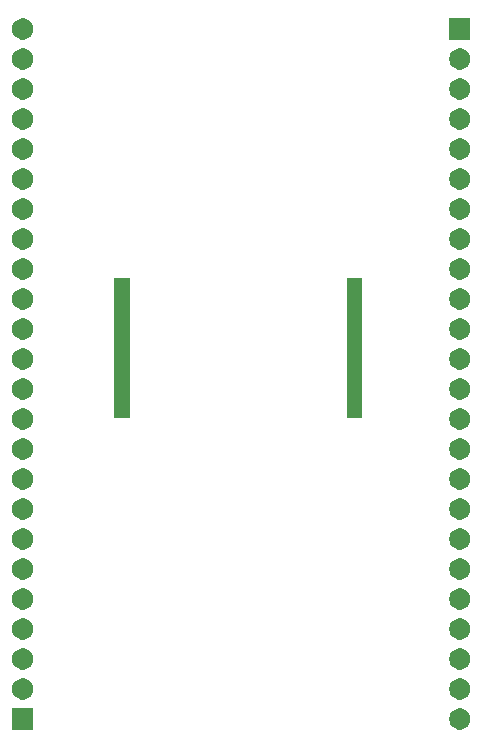
<source format=gbr>
G04 #@! TF.GenerationSoftware,KiCad,Pcbnew,(5.1.5)-3*
G04 #@! TF.CreationDate,2020-03-18T19:13:38-04:00*
G04 #@! TF.ProjectId,SingleBoard,53696e67-6c65-4426-9f61-72642e6b6963,rev?*
G04 #@! TF.SameCoordinates,Original*
G04 #@! TF.FileFunction,Soldermask,Top*
G04 #@! TF.FilePolarity,Negative*
%FSLAX46Y46*%
G04 Gerber Fmt 4.6, Leading zero omitted, Abs format (unit mm)*
G04 Created by KiCad (PCBNEW (5.1.5)-3) date 2020-03-18 19:13:38*
%MOMM*%
%LPD*%
G04 APERTURE LIST*
%ADD10C,0.100000*%
G04 APERTURE END LIST*
D10*
G36*
X131113512Y-101523927D02*
G01*
X131262812Y-101553624D01*
X131426784Y-101621544D01*
X131574354Y-101720147D01*
X131699853Y-101845646D01*
X131798456Y-101993216D01*
X131866376Y-102157188D01*
X131901000Y-102331259D01*
X131901000Y-102508741D01*
X131866376Y-102682812D01*
X131798456Y-102846784D01*
X131699853Y-102994354D01*
X131574354Y-103119853D01*
X131426784Y-103218456D01*
X131262812Y-103286376D01*
X131113512Y-103316073D01*
X131088742Y-103321000D01*
X130911258Y-103321000D01*
X130886488Y-103316073D01*
X130737188Y-103286376D01*
X130573216Y-103218456D01*
X130425646Y-103119853D01*
X130300147Y-102994354D01*
X130201544Y-102846784D01*
X130133624Y-102682812D01*
X130099000Y-102508741D01*
X130099000Y-102331259D01*
X130133624Y-102157188D01*
X130201544Y-101993216D01*
X130300147Y-101845646D01*
X130425646Y-101720147D01*
X130573216Y-101621544D01*
X130737188Y-101553624D01*
X130886488Y-101523927D01*
X130911258Y-101519000D01*
X131088742Y-101519000D01*
X131113512Y-101523927D01*
G37*
G36*
X94901000Y-103321000D02*
G01*
X93099000Y-103321000D01*
X93099000Y-101519000D01*
X94901000Y-101519000D01*
X94901000Y-103321000D01*
G37*
G36*
X131113512Y-98983927D02*
G01*
X131262812Y-99013624D01*
X131426784Y-99081544D01*
X131574354Y-99180147D01*
X131699853Y-99305646D01*
X131798456Y-99453216D01*
X131866376Y-99617188D01*
X131901000Y-99791259D01*
X131901000Y-99968741D01*
X131866376Y-100142812D01*
X131798456Y-100306784D01*
X131699853Y-100454354D01*
X131574354Y-100579853D01*
X131426784Y-100678456D01*
X131262812Y-100746376D01*
X131113512Y-100776073D01*
X131088742Y-100781000D01*
X130911258Y-100781000D01*
X130886488Y-100776073D01*
X130737188Y-100746376D01*
X130573216Y-100678456D01*
X130425646Y-100579853D01*
X130300147Y-100454354D01*
X130201544Y-100306784D01*
X130133624Y-100142812D01*
X130099000Y-99968741D01*
X130099000Y-99791259D01*
X130133624Y-99617188D01*
X130201544Y-99453216D01*
X130300147Y-99305646D01*
X130425646Y-99180147D01*
X130573216Y-99081544D01*
X130737188Y-99013624D01*
X130886488Y-98983927D01*
X130911258Y-98979000D01*
X131088742Y-98979000D01*
X131113512Y-98983927D01*
G37*
G36*
X94113512Y-98983927D02*
G01*
X94262812Y-99013624D01*
X94426784Y-99081544D01*
X94574354Y-99180147D01*
X94699853Y-99305646D01*
X94798456Y-99453216D01*
X94866376Y-99617188D01*
X94901000Y-99791259D01*
X94901000Y-99968741D01*
X94866376Y-100142812D01*
X94798456Y-100306784D01*
X94699853Y-100454354D01*
X94574354Y-100579853D01*
X94426784Y-100678456D01*
X94262812Y-100746376D01*
X94113512Y-100776073D01*
X94088742Y-100781000D01*
X93911258Y-100781000D01*
X93886488Y-100776073D01*
X93737188Y-100746376D01*
X93573216Y-100678456D01*
X93425646Y-100579853D01*
X93300147Y-100454354D01*
X93201544Y-100306784D01*
X93133624Y-100142812D01*
X93099000Y-99968741D01*
X93099000Y-99791259D01*
X93133624Y-99617188D01*
X93201544Y-99453216D01*
X93300147Y-99305646D01*
X93425646Y-99180147D01*
X93573216Y-99081544D01*
X93737188Y-99013624D01*
X93886488Y-98983927D01*
X93911258Y-98979000D01*
X94088742Y-98979000D01*
X94113512Y-98983927D01*
G37*
G36*
X131113512Y-96443927D02*
G01*
X131262812Y-96473624D01*
X131426784Y-96541544D01*
X131574354Y-96640147D01*
X131699853Y-96765646D01*
X131798456Y-96913216D01*
X131866376Y-97077188D01*
X131901000Y-97251259D01*
X131901000Y-97428741D01*
X131866376Y-97602812D01*
X131798456Y-97766784D01*
X131699853Y-97914354D01*
X131574354Y-98039853D01*
X131426784Y-98138456D01*
X131262812Y-98206376D01*
X131113512Y-98236073D01*
X131088742Y-98241000D01*
X130911258Y-98241000D01*
X130886488Y-98236073D01*
X130737188Y-98206376D01*
X130573216Y-98138456D01*
X130425646Y-98039853D01*
X130300147Y-97914354D01*
X130201544Y-97766784D01*
X130133624Y-97602812D01*
X130099000Y-97428741D01*
X130099000Y-97251259D01*
X130133624Y-97077188D01*
X130201544Y-96913216D01*
X130300147Y-96765646D01*
X130425646Y-96640147D01*
X130573216Y-96541544D01*
X130737188Y-96473624D01*
X130886488Y-96443927D01*
X130911258Y-96439000D01*
X131088742Y-96439000D01*
X131113512Y-96443927D01*
G37*
G36*
X94113512Y-96443927D02*
G01*
X94262812Y-96473624D01*
X94426784Y-96541544D01*
X94574354Y-96640147D01*
X94699853Y-96765646D01*
X94798456Y-96913216D01*
X94866376Y-97077188D01*
X94901000Y-97251259D01*
X94901000Y-97428741D01*
X94866376Y-97602812D01*
X94798456Y-97766784D01*
X94699853Y-97914354D01*
X94574354Y-98039853D01*
X94426784Y-98138456D01*
X94262812Y-98206376D01*
X94113512Y-98236073D01*
X94088742Y-98241000D01*
X93911258Y-98241000D01*
X93886488Y-98236073D01*
X93737188Y-98206376D01*
X93573216Y-98138456D01*
X93425646Y-98039853D01*
X93300147Y-97914354D01*
X93201544Y-97766784D01*
X93133624Y-97602812D01*
X93099000Y-97428741D01*
X93099000Y-97251259D01*
X93133624Y-97077188D01*
X93201544Y-96913216D01*
X93300147Y-96765646D01*
X93425646Y-96640147D01*
X93573216Y-96541544D01*
X93737188Y-96473624D01*
X93886488Y-96443927D01*
X93911258Y-96439000D01*
X94088742Y-96439000D01*
X94113512Y-96443927D01*
G37*
G36*
X131113512Y-93903927D02*
G01*
X131262812Y-93933624D01*
X131426784Y-94001544D01*
X131574354Y-94100147D01*
X131699853Y-94225646D01*
X131798456Y-94373216D01*
X131866376Y-94537188D01*
X131901000Y-94711259D01*
X131901000Y-94888741D01*
X131866376Y-95062812D01*
X131798456Y-95226784D01*
X131699853Y-95374354D01*
X131574354Y-95499853D01*
X131426784Y-95598456D01*
X131262812Y-95666376D01*
X131113512Y-95696073D01*
X131088742Y-95701000D01*
X130911258Y-95701000D01*
X130886488Y-95696073D01*
X130737188Y-95666376D01*
X130573216Y-95598456D01*
X130425646Y-95499853D01*
X130300147Y-95374354D01*
X130201544Y-95226784D01*
X130133624Y-95062812D01*
X130099000Y-94888741D01*
X130099000Y-94711259D01*
X130133624Y-94537188D01*
X130201544Y-94373216D01*
X130300147Y-94225646D01*
X130425646Y-94100147D01*
X130573216Y-94001544D01*
X130737188Y-93933624D01*
X130886488Y-93903927D01*
X130911258Y-93899000D01*
X131088742Y-93899000D01*
X131113512Y-93903927D01*
G37*
G36*
X94113512Y-93903927D02*
G01*
X94262812Y-93933624D01*
X94426784Y-94001544D01*
X94574354Y-94100147D01*
X94699853Y-94225646D01*
X94798456Y-94373216D01*
X94866376Y-94537188D01*
X94901000Y-94711259D01*
X94901000Y-94888741D01*
X94866376Y-95062812D01*
X94798456Y-95226784D01*
X94699853Y-95374354D01*
X94574354Y-95499853D01*
X94426784Y-95598456D01*
X94262812Y-95666376D01*
X94113512Y-95696073D01*
X94088742Y-95701000D01*
X93911258Y-95701000D01*
X93886488Y-95696073D01*
X93737188Y-95666376D01*
X93573216Y-95598456D01*
X93425646Y-95499853D01*
X93300147Y-95374354D01*
X93201544Y-95226784D01*
X93133624Y-95062812D01*
X93099000Y-94888741D01*
X93099000Y-94711259D01*
X93133624Y-94537188D01*
X93201544Y-94373216D01*
X93300147Y-94225646D01*
X93425646Y-94100147D01*
X93573216Y-94001544D01*
X93737188Y-93933624D01*
X93886488Y-93903927D01*
X93911258Y-93899000D01*
X94088742Y-93899000D01*
X94113512Y-93903927D01*
G37*
G36*
X94113512Y-91363927D02*
G01*
X94262812Y-91393624D01*
X94426784Y-91461544D01*
X94574354Y-91560147D01*
X94699853Y-91685646D01*
X94798456Y-91833216D01*
X94866376Y-91997188D01*
X94901000Y-92171259D01*
X94901000Y-92348741D01*
X94866376Y-92522812D01*
X94798456Y-92686784D01*
X94699853Y-92834354D01*
X94574354Y-92959853D01*
X94426784Y-93058456D01*
X94262812Y-93126376D01*
X94113512Y-93156073D01*
X94088742Y-93161000D01*
X93911258Y-93161000D01*
X93886488Y-93156073D01*
X93737188Y-93126376D01*
X93573216Y-93058456D01*
X93425646Y-92959853D01*
X93300147Y-92834354D01*
X93201544Y-92686784D01*
X93133624Y-92522812D01*
X93099000Y-92348741D01*
X93099000Y-92171259D01*
X93133624Y-91997188D01*
X93201544Y-91833216D01*
X93300147Y-91685646D01*
X93425646Y-91560147D01*
X93573216Y-91461544D01*
X93737188Y-91393624D01*
X93886488Y-91363927D01*
X93911258Y-91359000D01*
X94088742Y-91359000D01*
X94113512Y-91363927D01*
G37*
G36*
X131113512Y-91363927D02*
G01*
X131262812Y-91393624D01*
X131426784Y-91461544D01*
X131574354Y-91560147D01*
X131699853Y-91685646D01*
X131798456Y-91833216D01*
X131866376Y-91997188D01*
X131901000Y-92171259D01*
X131901000Y-92348741D01*
X131866376Y-92522812D01*
X131798456Y-92686784D01*
X131699853Y-92834354D01*
X131574354Y-92959853D01*
X131426784Y-93058456D01*
X131262812Y-93126376D01*
X131113512Y-93156073D01*
X131088742Y-93161000D01*
X130911258Y-93161000D01*
X130886488Y-93156073D01*
X130737188Y-93126376D01*
X130573216Y-93058456D01*
X130425646Y-92959853D01*
X130300147Y-92834354D01*
X130201544Y-92686784D01*
X130133624Y-92522812D01*
X130099000Y-92348741D01*
X130099000Y-92171259D01*
X130133624Y-91997188D01*
X130201544Y-91833216D01*
X130300147Y-91685646D01*
X130425646Y-91560147D01*
X130573216Y-91461544D01*
X130737188Y-91393624D01*
X130886488Y-91363927D01*
X130911258Y-91359000D01*
X131088742Y-91359000D01*
X131113512Y-91363927D01*
G37*
G36*
X94113512Y-88823927D02*
G01*
X94262812Y-88853624D01*
X94426784Y-88921544D01*
X94574354Y-89020147D01*
X94699853Y-89145646D01*
X94798456Y-89293216D01*
X94866376Y-89457188D01*
X94901000Y-89631259D01*
X94901000Y-89808741D01*
X94866376Y-89982812D01*
X94798456Y-90146784D01*
X94699853Y-90294354D01*
X94574354Y-90419853D01*
X94426784Y-90518456D01*
X94262812Y-90586376D01*
X94113512Y-90616073D01*
X94088742Y-90621000D01*
X93911258Y-90621000D01*
X93886488Y-90616073D01*
X93737188Y-90586376D01*
X93573216Y-90518456D01*
X93425646Y-90419853D01*
X93300147Y-90294354D01*
X93201544Y-90146784D01*
X93133624Y-89982812D01*
X93099000Y-89808741D01*
X93099000Y-89631259D01*
X93133624Y-89457188D01*
X93201544Y-89293216D01*
X93300147Y-89145646D01*
X93425646Y-89020147D01*
X93573216Y-88921544D01*
X93737188Y-88853624D01*
X93886488Y-88823927D01*
X93911258Y-88819000D01*
X94088742Y-88819000D01*
X94113512Y-88823927D01*
G37*
G36*
X131113512Y-88823927D02*
G01*
X131262812Y-88853624D01*
X131426784Y-88921544D01*
X131574354Y-89020147D01*
X131699853Y-89145646D01*
X131798456Y-89293216D01*
X131866376Y-89457188D01*
X131901000Y-89631259D01*
X131901000Y-89808741D01*
X131866376Y-89982812D01*
X131798456Y-90146784D01*
X131699853Y-90294354D01*
X131574354Y-90419853D01*
X131426784Y-90518456D01*
X131262812Y-90586376D01*
X131113512Y-90616073D01*
X131088742Y-90621000D01*
X130911258Y-90621000D01*
X130886488Y-90616073D01*
X130737188Y-90586376D01*
X130573216Y-90518456D01*
X130425646Y-90419853D01*
X130300147Y-90294354D01*
X130201544Y-90146784D01*
X130133624Y-89982812D01*
X130099000Y-89808741D01*
X130099000Y-89631259D01*
X130133624Y-89457188D01*
X130201544Y-89293216D01*
X130300147Y-89145646D01*
X130425646Y-89020147D01*
X130573216Y-88921544D01*
X130737188Y-88853624D01*
X130886488Y-88823927D01*
X130911258Y-88819000D01*
X131088742Y-88819000D01*
X131113512Y-88823927D01*
G37*
G36*
X94113512Y-86283927D02*
G01*
X94262812Y-86313624D01*
X94426784Y-86381544D01*
X94574354Y-86480147D01*
X94699853Y-86605646D01*
X94798456Y-86753216D01*
X94866376Y-86917188D01*
X94901000Y-87091259D01*
X94901000Y-87268741D01*
X94866376Y-87442812D01*
X94798456Y-87606784D01*
X94699853Y-87754354D01*
X94574354Y-87879853D01*
X94426784Y-87978456D01*
X94262812Y-88046376D01*
X94113512Y-88076073D01*
X94088742Y-88081000D01*
X93911258Y-88081000D01*
X93886488Y-88076073D01*
X93737188Y-88046376D01*
X93573216Y-87978456D01*
X93425646Y-87879853D01*
X93300147Y-87754354D01*
X93201544Y-87606784D01*
X93133624Y-87442812D01*
X93099000Y-87268741D01*
X93099000Y-87091259D01*
X93133624Y-86917188D01*
X93201544Y-86753216D01*
X93300147Y-86605646D01*
X93425646Y-86480147D01*
X93573216Y-86381544D01*
X93737188Y-86313624D01*
X93886488Y-86283927D01*
X93911258Y-86279000D01*
X94088742Y-86279000D01*
X94113512Y-86283927D01*
G37*
G36*
X131113512Y-86283927D02*
G01*
X131262812Y-86313624D01*
X131426784Y-86381544D01*
X131574354Y-86480147D01*
X131699853Y-86605646D01*
X131798456Y-86753216D01*
X131866376Y-86917188D01*
X131901000Y-87091259D01*
X131901000Y-87268741D01*
X131866376Y-87442812D01*
X131798456Y-87606784D01*
X131699853Y-87754354D01*
X131574354Y-87879853D01*
X131426784Y-87978456D01*
X131262812Y-88046376D01*
X131113512Y-88076073D01*
X131088742Y-88081000D01*
X130911258Y-88081000D01*
X130886488Y-88076073D01*
X130737188Y-88046376D01*
X130573216Y-87978456D01*
X130425646Y-87879853D01*
X130300147Y-87754354D01*
X130201544Y-87606784D01*
X130133624Y-87442812D01*
X130099000Y-87268741D01*
X130099000Y-87091259D01*
X130133624Y-86917188D01*
X130201544Y-86753216D01*
X130300147Y-86605646D01*
X130425646Y-86480147D01*
X130573216Y-86381544D01*
X130737188Y-86313624D01*
X130886488Y-86283927D01*
X130911258Y-86279000D01*
X131088742Y-86279000D01*
X131113512Y-86283927D01*
G37*
G36*
X131113512Y-83743927D02*
G01*
X131262812Y-83773624D01*
X131426784Y-83841544D01*
X131574354Y-83940147D01*
X131699853Y-84065646D01*
X131798456Y-84213216D01*
X131866376Y-84377188D01*
X131901000Y-84551259D01*
X131901000Y-84728741D01*
X131866376Y-84902812D01*
X131798456Y-85066784D01*
X131699853Y-85214354D01*
X131574354Y-85339853D01*
X131426784Y-85438456D01*
X131262812Y-85506376D01*
X131113512Y-85536073D01*
X131088742Y-85541000D01*
X130911258Y-85541000D01*
X130886488Y-85536073D01*
X130737188Y-85506376D01*
X130573216Y-85438456D01*
X130425646Y-85339853D01*
X130300147Y-85214354D01*
X130201544Y-85066784D01*
X130133624Y-84902812D01*
X130099000Y-84728741D01*
X130099000Y-84551259D01*
X130133624Y-84377188D01*
X130201544Y-84213216D01*
X130300147Y-84065646D01*
X130425646Y-83940147D01*
X130573216Y-83841544D01*
X130737188Y-83773624D01*
X130886488Y-83743927D01*
X130911258Y-83739000D01*
X131088742Y-83739000D01*
X131113512Y-83743927D01*
G37*
G36*
X94113512Y-83743927D02*
G01*
X94262812Y-83773624D01*
X94426784Y-83841544D01*
X94574354Y-83940147D01*
X94699853Y-84065646D01*
X94798456Y-84213216D01*
X94866376Y-84377188D01*
X94901000Y-84551259D01*
X94901000Y-84728741D01*
X94866376Y-84902812D01*
X94798456Y-85066784D01*
X94699853Y-85214354D01*
X94574354Y-85339853D01*
X94426784Y-85438456D01*
X94262812Y-85506376D01*
X94113512Y-85536073D01*
X94088742Y-85541000D01*
X93911258Y-85541000D01*
X93886488Y-85536073D01*
X93737188Y-85506376D01*
X93573216Y-85438456D01*
X93425646Y-85339853D01*
X93300147Y-85214354D01*
X93201544Y-85066784D01*
X93133624Y-84902812D01*
X93099000Y-84728741D01*
X93099000Y-84551259D01*
X93133624Y-84377188D01*
X93201544Y-84213216D01*
X93300147Y-84065646D01*
X93425646Y-83940147D01*
X93573216Y-83841544D01*
X93737188Y-83773624D01*
X93886488Y-83743927D01*
X93911258Y-83739000D01*
X94088742Y-83739000D01*
X94113512Y-83743927D01*
G37*
G36*
X131113512Y-81203927D02*
G01*
X131262812Y-81233624D01*
X131426784Y-81301544D01*
X131574354Y-81400147D01*
X131699853Y-81525646D01*
X131798456Y-81673216D01*
X131866376Y-81837188D01*
X131901000Y-82011259D01*
X131901000Y-82188741D01*
X131866376Y-82362812D01*
X131798456Y-82526784D01*
X131699853Y-82674354D01*
X131574354Y-82799853D01*
X131426784Y-82898456D01*
X131262812Y-82966376D01*
X131113512Y-82996073D01*
X131088742Y-83001000D01*
X130911258Y-83001000D01*
X130886488Y-82996073D01*
X130737188Y-82966376D01*
X130573216Y-82898456D01*
X130425646Y-82799853D01*
X130300147Y-82674354D01*
X130201544Y-82526784D01*
X130133624Y-82362812D01*
X130099000Y-82188741D01*
X130099000Y-82011259D01*
X130133624Y-81837188D01*
X130201544Y-81673216D01*
X130300147Y-81525646D01*
X130425646Y-81400147D01*
X130573216Y-81301544D01*
X130737188Y-81233624D01*
X130886488Y-81203927D01*
X130911258Y-81199000D01*
X131088742Y-81199000D01*
X131113512Y-81203927D01*
G37*
G36*
X94113512Y-81203927D02*
G01*
X94262812Y-81233624D01*
X94426784Y-81301544D01*
X94574354Y-81400147D01*
X94699853Y-81525646D01*
X94798456Y-81673216D01*
X94866376Y-81837188D01*
X94901000Y-82011259D01*
X94901000Y-82188741D01*
X94866376Y-82362812D01*
X94798456Y-82526784D01*
X94699853Y-82674354D01*
X94574354Y-82799853D01*
X94426784Y-82898456D01*
X94262812Y-82966376D01*
X94113512Y-82996073D01*
X94088742Y-83001000D01*
X93911258Y-83001000D01*
X93886488Y-82996073D01*
X93737188Y-82966376D01*
X93573216Y-82898456D01*
X93425646Y-82799853D01*
X93300147Y-82674354D01*
X93201544Y-82526784D01*
X93133624Y-82362812D01*
X93099000Y-82188741D01*
X93099000Y-82011259D01*
X93133624Y-81837188D01*
X93201544Y-81673216D01*
X93300147Y-81525646D01*
X93425646Y-81400147D01*
X93573216Y-81301544D01*
X93737188Y-81233624D01*
X93886488Y-81203927D01*
X93911258Y-81199000D01*
X94088742Y-81199000D01*
X94113512Y-81203927D01*
G37*
G36*
X131113512Y-78663927D02*
G01*
X131262812Y-78693624D01*
X131426784Y-78761544D01*
X131574354Y-78860147D01*
X131699853Y-78985646D01*
X131798456Y-79133216D01*
X131866376Y-79297188D01*
X131901000Y-79471259D01*
X131901000Y-79648741D01*
X131866376Y-79822812D01*
X131798456Y-79986784D01*
X131699853Y-80134354D01*
X131574354Y-80259853D01*
X131426784Y-80358456D01*
X131262812Y-80426376D01*
X131113512Y-80456073D01*
X131088742Y-80461000D01*
X130911258Y-80461000D01*
X130886488Y-80456073D01*
X130737188Y-80426376D01*
X130573216Y-80358456D01*
X130425646Y-80259853D01*
X130300147Y-80134354D01*
X130201544Y-79986784D01*
X130133624Y-79822812D01*
X130099000Y-79648741D01*
X130099000Y-79471259D01*
X130133624Y-79297188D01*
X130201544Y-79133216D01*
X130300147Y-78985646D01*
X130425646Y-78860147D01*
X130573216Y-78761544D01*
X130737188Y-78693624D01*
X130886488Y-78663927D01*
X130911258Y-78659000D01*
X131088742Y-78659000D01*
X131113512Y-78663927D01*
G37*
G36*
X94113512Y-78663927D02*
G01*
X94262812Y-78693624D01*
X94426784Y-78761544D01*
X94574354Y-78860147D01*
X94699853Y-78985646D01*
X94798456Y-79133216D01*
X94866376Y-79297188D01*
X94901000Y-79471259D01*
X94901000Y-79648741D01*
X94866376Y-79822812D01*
X94798456Y-79986784D01*
X94699853Y-80134354D01*
X94574354Y-80259853D01*
X94426784Y-80358456D01*
X94262812Y-80426376D01*
X94113512Y-80456073D01*
X94088742Y-80461000D01*
X93911258Y-80461000D01*
X93886488Y-80456073D01*
X93737188Y-80426376D01*
X93573216Y-80358456D01*
X93425646Y-80259853D01*
X93300147Y-80134354D01*
X93201544Y-79986784D01*
X93133624Y-79822812D01*
X93099000Y-79648741D01*
X93099000Y-79471259D01*
X93133624Y-79297188D01*
X93201544Y-79133216D01*
X93300147Y-78985646D01*
X93425646Y-78860147D01*
X93573216Y-78761544D01*
X93737188Y-78693624D01*
X93886488Y-78663927D01*
X93911258Y-78659000D01*
X94088742Y-78659000D01*
X94113512Y-78663927D01*
G37*
G36*
X131113512Y-76123927D02*
G01*
X131262812Y-76153624D01*
X131426784Y-76221544D01*
X131574354Y-76320147D01*
X131699853Y-76445646D01*
X131798456Y-76593216D01*
X131866376Y-76757188D01*
X131901000Y-76931259D01*
X131901000Y-77108741D01*
X131866376Y-77282812D01*
X131798456Y-77446784D01*
X131699853Y-77594354D01*
X131574354Y-77719853D01*
X131426784Y-77818456D01*
X131262812Y-77886376D01*
X131113512Y-77916073D01*
X131088742Y-77921000D01*
X130911258Y-77921000D01*
X130886488Y-77916073D01*
X130737188Y-77886376D01*
X130573216Y-77818456D01*
X130425646Y-77719853D01*
X130300147Y-77594354D01*
X130201544Y-77446784D01*
X130133624Y-77282812D01*
X130099000Y-77108741D01*
X130099000Y-76931259D01*
X130133624Y-76757188D01*
X130201544Y-76593216D01*
X130300147Y-76445646D01*
X130425646Y-76320147D01*
X130573216Y-76221544D01*
X130737188Y-76153624D01*
X130886488Y-76123927D01*
X130911258Y-76119000D01*
X131088742Y-76119000D01*
X131113512Y-76123927D01*
G37*
G36*
X94113512Y-76123927D02*
G01*
X94262812Y-76153624D01*
X94426784Y-76221544D01*
X94574354Y-76320147D01*
X94699853Y-76445646D01*
X94798456Y-76593216D01*
X94866376Y-76757188D01*
X94901000Y-76931259D01*
X94901000Y-77108741D01*
X94866376Y-77282812D01*
X94798456Y-77446784D01*
X94699853Y-77594354D01*
X94574354Y-77719853D01*
X94426784Y-77818456D01*
X94262812Y-77886376D01*
X94113512Y-77916073D01*
X94088742Y-77921000D01*
X93911258Y-77921000D01*
X93886488Y-77916073D01*
X93737188Y-77886376D01*
X93573216Y-77818456D01*
X93425646Y-77719853D01*
X93300147Y-77594354D01*
X93201544Y-77446784D01*
X93133624Y-77282812D01*
X93099000Y-77108741D01*
X93099000Y-76931259D01*
X93133624Y-76757188D01*
X93201544Y-76593216D01*
X93300147Y-76445646D01*
X93425646Y-76320147D01*
X93573216Y-76221544D01*
X93737188Y-76153624D01*
X93886488Y-76123927D01*
X93911258Y-76119000D01*
X94088742Y-76119000D01*
X94113512Y-76123927D01*
G37*
G36*
X103055401Y-76920701D02*
G01*
X101752503Y-76920701D01*
X101752503Y-65079301D01*
X103055401Y-65079301D01*
X103055401Y-76920701D01*
G37*
G36*
X122747497Y-76920699D02*
G01*
X121444599Y-76920699D01*
X121444599Y-65079299D01*
X122747497Y-65079299D01*
X122747497Y-76920699D01*
G37*
G36*
X94113512Y-73583927D02*
G01*
X94262812Y-73613624D01*
X94426784Y-73681544D01*
X94574354Y-73780147D01*
X94699853Y-73905646D01*
X94798456Y-74053216D01*
X94866376Y-74217188D01*
X94901000Y-74391259D01*
X94901000Y-74568741D01*
X94866376Y-74742812D01*
X94798456Y-74906784D01*
X94699853Y-75054354D01*
X94574354Y-75179853D01*
X94426784Y-75278456D01*
X94262812Y-75346376D01*
X94113512Y-75376073D01*
X94088742Y-75381000D01*
X93911258Y-75381000D01*
X93886488Y-75376073D01*
X93737188Y-75346376D01*
X93573216Y-75278456D01*
X93425646Y-75179853D01*
X93300147Y-75054354D01*
X93201544Y-74906784D01*
X93133624Y-74742812D01*
X93099000Y-74568741D01*
X93099000Y-74391259D01*
X93133624Y-74217188D01*
X93201544Y-74053216D01*
X93300147Y-73905646D01*
X93425646Y-73780147D01*
X93573216Y-73681544D01*
X93737188Y-73613624D01*
X93886488Y-73583927D01*
X93911258Y-73579000D01*
X94088742Y-73579000D01*
X94113512Y-73583927D01*
G37*
G36*
X131113512Y-73583927D02*
G01*
X131262812Y-73613624D01*
X131426784Y-73681544D01*
X131574354Y-73780147D01*
X131699853Y-73905646D01*
X131798456Y-74053216D01*
X131866376Y-74217188D01*
X131901000Y-74391259D01*
X131901000Y-74568741D01*
X131866376Y-74742812D01*
X131798456Y-74906784D01*
X131699853Y-75054354D01*
X131574354Y-75179853D01*
X131426784Y-75278456D01*
X131262812Y-75346376D01*
X131113512Y-75376073D01*
X131088742Y-75381000D01*
X130911258Y-75381000D01*
X130886488Y-75376073D01*
X130737188Y-75346376D01*
X130573216Y-75278456D01*
X130425646Y-75179853D01*
X130300147Y-75054354D01*
X130201544Y-74906784D01*
X130133624Y-74742812D01*
X130099000Y-74568741D01*
X130099000Y-74391259D01*
X130133624Y-74217188D01*
X130201544Y-74053216D01*
X130300147Y-73905646D01*
X130425646Y-73780147D01*
X130573216Y-73681544D01*
X130737188Y-73613624D01*
X130886488Y-73583927D01*
X130911258Y-73579000D01*
X131088742Y-73579000D01*
X131113512Y-73583927D01*
G37*
G36*
X94113512Y-71043927D02*
G01*
X94262812Y-71073624D01*
X94426784Y-71141544D01*
X94574354Y-71240147D01*
X94699853Y-71365646D01*
X94798456Y-71513216D01*
X94866376Y-71677188D01*
X94901000Y-71851259D01*
X94901000Y-72028741D01*
X94866376Y-72202812D01*
X94798456Y-72366784D01*
X94699853Y-72514354D01*
X94574354Y-72639853D01*
X94426784Y-72738456D01*
X94262812Y-72806376D01*
X94113512Y-72836073D01*
X94088742Y-72841000D01*
X93911258Y-72841000D01*
X93886488Y-72836073D01*
X93737188Y-72806376D01*
X93573216Y-72738456D01*
X93425646Y-72639853D01*
X93300147Y-72514354D01*
X93201544Y-72366784D01*
X93133624Y-72202812D01*
X93099000Y-72028741D01*
X93099000Y-71851259D01*
X93133624Y-71677188D01*
X93201544Y-71513216D01*
X93300147Y-71365646D01*
X93425646Y-71240147D01*
X93573216Y-71141544D01*
X93737188Y-71073624D01*
X93886488Y-71043927D01*
X93911258Y-71039000D01*
X94088742Y-71039000D01*
X94113512Y-71043927D01*
G37*
G36*
X131113512Y-71043927D02*
G01*
X131262812Y-71073624D01*
X131426784Y-71141544D01*
X131574354Y-71240147D01*
X131699853Y-71365646D01*
X131798456Y-71513216D01*
X131866376Y-71677188D01*
X131901000Y-71851259D01*
X131901000Y-72028741D01*
X131866376Y-72202812D01*
X131798456Y-72366784D01*
X131699853Y-72514354D01*
X131574354Y-72639853D01*
X131426784Y-72738456D01*
X131262812Y-72806376D01*
X131113512Y-72836073D01*
X131088742Y-72841000D01*
X130911258Y-72841000D01*
X130886488Y-72836073D01*
X130737188Y-72806376D01*
X130573216Y-72738456D01*
X130425646Y-72639853D01*
X130300147Y-72514354D01*
X130201544Y-72366784D01*
X130133624Y-72202812D01*
X130099000Y-72028741D01*
X130099000Y-71851259D01*
X130133624Y-71677188D01*
X130201544Y-71513216D01*
X130300147Y-71365646D01*
X130425646Y-71240147D01*
X130573216Y-71141544D01*
X130737188Y-71073624D01*
X130886488Y-71043927D01*
X130911258Y-71039000D01*
X131088742Y-71039000D01*
X131113512Y-71043927D01*
G37*
G36*
X131113512Y-68503927D02*
G01*
X131262812Y-68533624D01*
X131426784Y-68601544D01*
X131574354Y-68700147D01*
X131699853Y-68825646D01*
X131798456Y-68973216D01*
X131866376Y-69137188D01*
X131901000Y-69311259D01*
X131901000Y-69488741D01*
X131866376Y-69662812D01*
X131798456Y-69826784D01*
X131699853Y-69974354D01*
X131574354Y-70099853D01*
X131426784Y-70198456D01*
X131262812Y-70266376D01*
X131113512Y-70296073D01*
X131088742Y-70301000D01*
X130911258Y-70301000D01*
X130886488Y-70296073D01*
X130737188Y-70266376D01*
X130573216Y-70198456D01*
X130425646Y-70099853D01*
X130300147Y-69974354D01*
X130201544Y-69826784D01*
X130133624Y-69662812D01*
X130099000Y-69488741D01*
X130099000Y-69311259D01*
X130133624Y-69137188D01*
X130201544Y-68973216D01*
X130300147Y-68825646D01*
X130425646Y-68700147D01*
X130573216Y-68601544D01*
X130737188Y-68533624D01*
X130886488Y-68503927D01*
X130911258Y-68499000D01*
X131088742Y-68499000D01*
X131113512Y-68503927D01*
G37*
G36*
X94113512Y-68503927D02*
G01*
X94262812Y-68533624D01*
X94426784Y-68601544D01*
X94574354Y-68700147D01*
X94699853Y-68825646D01*
X94798456Y-68973216D01*
X94866376Y-69137188D01*
X94901000Y-69311259D01*
X94901000Y-69488741D01*
X94866376Y-69662812D01*
X94798456Y-69826784D01*
X94699853Y-69974354D01*
X94574354Y-70099853D01*
X94426784Y-70198456D01*
X94262812Y-70266376D01*
X94113512Y-70296073D01*
X94088742Y-70301000D01*
X93911258Y-70301000D01*
X93886488Y-70296073D01*
X93737188Y-70266376D01*
X93573216Y-70198456D01*
X93425646Y-70099853D01*
X93300147Y-69974354D01*
X93201544Y-69826784D01*
X93133624Y-69662812D01*
X93099000Y-69488741D01*
X93099000Y-69311259D01*
X93133624Y-69137188D01*
X93201544Y-68973216D01*
X93300147Y-68825646D01*
X93425646Y-68700147D01*
X93573216Y-68601544D01*
X93737188Y-68533624D01*
X93886488Y-68503927D01*
X93911258Y-68499000D01*
X94088742Y-68499000D01*
X94113512Y-68503927D01*
G37*
G36*
X131113512Y-65963927D02*
G01*
X131262812Y-65993624D01*
X131426784Y-66061544D01*
X131574354Y-66160147D01*
X131699853Y-66285646D01*
X131798456Y-66433216D01*
X131866376Y-66597188D01*
X131901000Y-66771259D01*
X131901000Y-66948741D01*
X131866376Y-67122812D01*
X131798456Y-67286784D01*
X131699853Y-67434354D01*
X131574354Y-67559853D01*
X131426784Y-67658456D01*
X131262812Y-67726376D01*
X131113512Y-67756073D01*
X131088742Y-67761000D01*
X130911258Y-67761000D01*
X130886488Y-67756073D01*
X130737188Y-67726376D01*
X130573216Y-67658456D01*
X130425646Y-67559853D01*
X130300147Y-67434354D01*
X130201544Y-67286784D01*
X130133624Y-67122812D01*
X130099000Y-66948741D01*
X130099000Y-66771259D01*
X130133624Y-66597188D01*
X130201544Y-66433216D01*
X130300147Y-66285646D01*
X130425646Y-66160147D01*
X130573216Y-66061544D01*
X130737188Y-65993624D01*
X130886488Y-65963927D01*
X130911258Y-65959000D01*
X131088742Y-65959000D01*
X131113512Y-65963927D01*
G37*
G36*
X94113512Y-65963927D02*
G01*
X94262812Y-65993624D01*
X94426784Y-66061544D01*
X94574354Y-66160147D01*
X94699853Y-66285646D01*
X94798456Y-66433216D01*
X94866376Y-66597188D01*
X94901000Y-66771259D01*
X94901000Y-66948741D01*
X94866376Y-67122812D01*
X94798456Y-67286784D01*
X94699853Y-67434354D01*
X94574354Y-67559853D01*
X94426784Y-67658456D01*
X94262812Y-67726376D01*
X94113512Y-67756073D01*
X94088742Y-67761000D01*
X93911258Y-67761000D01*
X93886488Y-67756073D01*
X93737188Y-67726376D01*
X93573216Y-67658456D01*
X93425646Y-67559853D01*
X93300147Y-67434354D01*
X93201544Y-67286784D01*
X93133624Y-67122812D01*
X93099000Y-66948741D01*
X93099000Y-66771259D01*
X93133624Y-66597188D01*
X93201544Y-66433216D01*
X93300147Y-66285646D01*
X93425646Y-66160147D01*
X93573216Y-66061544D01*
X93737188Y-65993624D01*
X93886488Y-65963927D01*
X93911258Y-65959000D01*
X94088742Y-65959000D01*
X94113512Y-65963927D01*
G37*
G36*
X131113512Y-63423927D02*
G01*
X131262812Y-63453624D01*
X131426784Y-63521544D01*
X131574354Y-63620147D01*
X131699853Y-63745646D01*
X131798456Y-63893216D01*
X131866376Y-64057188D01*
X131901000Y-64231259D01*
X131901000Y-64408741D01*
X131866376Y-64582812D01*
X131798456Y-64746784D01*
X131699853Y-64894354D01*
X131574354Y-65019853D01*
X131426784Y-65118456D01*
X131262812Y-65186376D01*
X131113512Y-65216073D01*
X131088742Y-65221000D01*
X130911258Y-65221000D01*
X130886488Y-65216073D01*
X130737188Y-65186376D01*
X130573216Y-65118456D01*
X130425646Y-65019853D01*
X130300147Y-64894354D01*
X130201544Y-64746784D01*
X130133624Y-64582812D01*
X130099000Y-64408741D01*
X130099000Y-64231259D01*
X130133624Y-64057188D01*
X130201544Y-63893216D01*
X130300147Y-63745646D01*
X130425646Y-63620147D01*
X130573216Y-63521544D01*
X130737188Y-63453624D01*
X130886488Y-63423927D01*
X130911258Y-63419000D01*
X131088742Y-63419000D01*
X131113512Y-63423927D01*
G37*
G36*
X94113512Y-63423927D02*
G01*
X94262812Y-63453624D01*
X94426784Y-63521544D01*
X94574354Y-63620147D01*
X94699853Y-63745646D01*
X94798456Y-63893216D01*
X94866376Y-64057188D01*
X94901000Y-64231259D01*
X94901000Y-64408741D01*
X94866376Y-64582812D01*
X94798456Y-64746784D01*
X94699853Y-64894354D01*
X94574354Y-65019853D01*
X94426784Y-65118456D01*
X94262812Y-65186376D01*
X94113512Y-65216073D01*
X94088742Y-65221000D01*
X93911258Y-65221000D01*
X93886488Y-65216073D01*
X93737188Y-65186376D01*
X93573216Y-65118456D01*
X93425646Y-65019853D01*
X93300147Y-64894354D01*
X93201544Y-64746784D01*
X93133624Y-64582812D01*
X93099000Y-64408741D01*
X93099000Y-64231259D01*
X93133624Y-64057188D01*
X93201544Y-63893216D01*
X93300147Y-63745646D01*
X93425646Y-63620147D01*
X93573216Y-63521544D01*
X93737188Y-63453624D01*
X93886488Y-63423927D01*
X93911258Y-63419000D01*
X94088742Y-63419000D01*
X94113512Y-63423927D01*
G37*
G36*
X131113512Y-60883927D02*
G01*
X131262812Y-60913624D01*
X131426784Y-60981544D01*
X131574354Y-61080147D01*
X131699853Y-61205646D01*
X131798456Y-61353216D01*
X131866376Y-61517188D01*
X131901000Y-61691259D01*
X131901000Y-61868741D01*
X131866376Y-62042812D01*
X131798456Y-62206784D01*
X131699853Y-62354354D01*
X131574354Y-62479853D01*
X131426784Y-62578456D01*
X131262812Y-62646376D01*
X131113512Y-62676073D01*
X131088742Y-62681000D01*
X130911258Y-62681000D01*
X130886488Y-62676073D01*
X130737188Y-62646376D01*
X130573216Y-62578456D01*
X130425646Y-62479853D01*
X130300147Y-62354354D01*
X130201544Y-62206784D01*
X130133624Y-62042812D01*
X130099000Y-61868741D01*
X130099000Y-61691259D01*
X130133624Y-61517188D01*
X130201544Y-61353216D01*
X130300147Y-61205646D01*
X130425646Y-61080147D01*
X130573216Y-60981544D01*
X130737188Y-60913624D01*
X130886488Y-60883927D01*
X130911258Y-60879000D01*
X131088742Y-60879000D01*
X131113512Y-60883927D01*
G37*
G36*
X94113512Y-60883927D02*
G01*
X94262812Y-60913624D01*
X94426784Y-60981544D01*
X94574354Y-61080147D01*
X94699853Y-61205646D01*
X94798456Y-61353216D01*
X94866376Y-61517188D01*
X94901000Y-61691259D01*
X94901000Y-61868741D01*
X94866376Y-62042812D01*
X94798456Y-62206784D01*
X94699853Y-62354354D01*
X94574354Y-62479853D01*
X94426784Y-62578456D01*
X94262812Y-62646376D01*
X94113512Y-62676073D01*
X94088742Y-62681000D01*
X93911258Y-62681000D01*
X93886488Y-62676073D01*
X93737188Y-62646376D01*
X93573216Y-62578456D01*
X93425646Y-62479853D01*
X93300147Y-62354354D01*
X93201544Y-62206784D01*
X93133624Y-62042812D01*
X93099000Y-61868741D01*
X93099000Y-61691259D01*
X93133624Y-61517188D01*
X93201544Y-61353216D01*
X93300147Y-61205646D01*
X93425646Y-61080147D01*
X93573216Y-60981544D01*
X93737188Y-60913624D01*
X93886488Y-60883927D01*
X93911258Y-60879000D01*
X94088742Y-60879000D01*
X94113512Y-60883927D01*
G37*
G36*
X94113512Y-58343927D02*
G01*
X94262812Y-58373624D01*
X94426784Y-58441544D01*
X94574354Y-58540147D01*
X94699853Y-58665646D01*
X94798456Y-58813216D01*
X94866376Y-58977188D01*
X94901000Y-59151259D01*
X94901000Y-59328741D01*
X94866376Y-59502812D01*
X94798456Y-59666784D01*
X94699853Y-59814354D01*
X94574354Y-59939853D01*
X94426784Y-60038456D01*
X94262812Y-60106376D01*
X94113512Y-60136073D01*
X94088742Y-60141000D01*
X93911258Y-60141000D01*
X93886488Y-60136073D01*
X93737188Y-60106376D01*
X93573216Y-60038456D01*
X93425646Y-59939853D01*
X93300147Y-59814354D01*
X93201544Y-59666784D01*
X93133624Y-59502812D01*
X93099000Y-59328741D01*
X93099000Y-59151259D01*
X93133624Y-58977188D01*
X93201544Y-58813216D01*
X93300147Y-58665646D01*
X93425646Y-58540147D01*
X93573216Y-58441544D01*
X93737188Y-58373624D01*
X93886488Y-58343927D01*
X93911258Y-58339000D01*
X94088742Y-58339000D01*
X94113512Y-58343927D01*
G37*
G36*
X131113512Y-58343927D02*
G01*
X131262812Y-58373624D01*
X131426784Y-58441544D01*
X131574354Y-58540147D01*
X131699853Y-58665646D01*
X131798456Y-58813216D01*
X131866376Y-58977188D01*
X131901000Y-59151259D01*
X131901000Y-59328741D01*
X131866376Y-59502812D01*
X131798456Y-59666784D01*
X131699853Y-59814354D01*
X131574354Y-59939853D01*
X131426784Y-60038456D01*
X131262812Y-60106376D01*
X131113512Y-60136073D01*
X131088742Y-60141000D01*
X130911258Y-60141000D01*
X130886488Y-60136073D01*
X130737188Y-60106376D01*
X130573216Y-60038456D01*
X130425646Y-59939853D01*
X130300147Y-59814354D01*
X130201544Y-59666784D01*
X130133624Y-59502812D01*
X130099000Y-59328741D01*
X130099000Y-59151259D01*
X130133624Y-58977188D01*
X130201544Y-58813216D01*
X130300147Y-58665646D01*
X130425646Y-58540147D01*
X130573216Y-58441544D01*
X130737188Y-58373624D01*
X130886488Y-58343927D01*
X130911258Y-58339000D01*
X131088742Y-58339000D01*
X131113512Y-58343927D01*
G37*
G36*
X131113512Y-55803927D02*
G01*
X131262812Y-55833624D01*
X131426784Y-55901544D01*
X131574354Y-56000147D01*
X131699853Y-56125646D01*
X131798456Y-56273216D01*
X131866376Y-56437188D01*
X131901000Y-56611259D01*
X131901000Y-56788741D01*
X131866376Y-56962812D01*
X131798456Y-57126784D01*
X131699853Y-57274354D01*
X131574354Y-57399853D01*
X131426784Y-57498456D01*
X131262812Y-57566376D01*
X131113512Y-57596073D01*
X131088742Y-57601000D01*
X130911258Y-57601000D01*
X130886488Y-57596073D01*
X130737188Y-57566376D01*
X130573216Y-57498456D01*
X130425646Y-57399853D01*
X130300147Y-57274354D01*
X130201544Y-57126784D01*
X130133624Y-56962812D01*
X130099000Y-56788741D01*
X130099000Y-56611259D01*
X130133624Y-56437188D01*
X130201544Y-56273216D01*
X130300147Y-56125646D01*
X130425646Y-56000147D01*
X130573216Y-55901544D01*
X130737188Y-55833624D01*
X130886488Y-55803927D01*
X130911258Y-55799000D01*
X131088742Y-55799000D01*
X131113512Y-55803927D01*
G37*
G36*
X94113512Y-55803927D02*
G01*
X94262812Y-55833624D01*
X94426784Y-55901544D01*
X94574354Y-56000147D01*
X94699853Y-56125646D01*
X94798456Y-56273216D01*
X94866376Y-56437188D01*
X94901000Y-56611259D01*
X94901000Y-56788741D01*
X94866376Y-56962812D01*
X94798456Y-57126784D01*
X94699853Y-57274354D01*
X94574354Y-57399853D01*
X94426784Y-57498456D01*
X94262812Y-57566376D01*
X94113512Y-57596073D01*
X94088742Y-57601000D01*
X93911258Y-57601000D01*
X93886488Y-57596073D01*
X93737188Y-57566376D01*
X93573216Y-57498456D01*
X93425646Y-57399853D01*
X93300147Y-57274354D01*
X93201544Y-57126784D01*
X93133624Y-56962812D01*
X93099000Y-56788741D01*
X93099000Y-56611259D01*
X93133624Y-56437188D01*
X93201544Y-56273216D01*
X93300147Y-56125646D01*
X93425646Y-56000147D01*
X93573216Y-55901544D01*
X93737188Y-55833624D01*
X93886488Y-55803927D01*
X93911258Y-55799000D01*
X94088742Y-55799000D01*
X94113512Y-55803927D01*
G37*
G36*
X94113512Y-53263927D02*
G01*
X94262812Y-53293624D01*
X94426784Y-53361544D01*
X94574354Y-53460147D01*
X94699853Y-53585646D01*
X94798456Y-53733216D01*
X94866376Y-53897188D01*
X94901000Y-54071259D01*
X94901000Y-54248741D01*
X94866376Y-54422812D01*
X94798456Y-54586784D01*
X94699853Y-54734354D01*
X94574354Y-54859853D01*
X94426784Y-54958456D01*
X94262812Y-55026376D01*
X94113512Y-55056073D01*
X94088742Y-55061000D01*
X93911258Y-55061000D01*
X93886488Y-55056073D01*
X93737188Y-55026376D01*
X93573216Y-54958456D01*
X93425646Y-54859853D01*
X93300147Y-54734354D01*
X93201544Y-54586784D01*
X93133624Y-54422812D01*
X93099000Y-54248741D01*
X93099000Y-54071259D01*
X93133624Y-53897188D01*
X93201544Y-53733216D01*
X93300147Y-53585646D01*
X93425646Y-53460147D01*
X93573216Y-53361544D01*
X93737188Y-53293624D01*
X93886488Y-53263927D01*
X93911258Y-53259000D01*
X94088742Y-53259000D01*
X94113512Y-53263927D01*
G37*
G36*
X131113512Y-53263927D02*
G01*
X131262812Y-53293624D01*
X131426784Y-53361544D01*
X131574354Y-53460147D01*
X131699853Y-53585646D01*
X131798456Y-53733216D01*
X131866376Y-53897188D01*
X131901000Y-54071259D01*
X131901000Y-54248741D01*
X131866376Y-54422812D01*
X131798456Y-54586784D01*
X131699853Y-54734354D01*
X131574354Y-54859853D01*
X131426784Y-54958456D01*
X131262812Y-55026376D01*
X131113512Y-55056073D01*
X131088742Y-55061000D01*
X130911258Y-55061000D01*
X130886488Y-55056073D01*
X130737188Y-55026376D01*
X130573216Y-54958456D01*
X130425646Y-54859853D01*
X130300147Y-54734354D01*
X130201544Y-54586784D01*
X130133624Y-54422812D01*
X130099000Y-54248741D01*
X130099000Y-54071259D01*
X130133624Y-53897188D01*
X130201544Y-53733216D01*
X130300147Y-53585646D01*
X130425646Y-53460147D01*
X130573216Y-53361544D01*
X130737188Y-53293624D01*
X130886488Y-53263927D01*
X130911258Y-53259000D01*
X131088742Y-53259000D01*
X131113512Y-53263927D01*
G37*
G36*
X94113512Y-50723927D02*
G01*
X94262812Y-50753624D01*
X94426784Y-50821544D01*
X94574354Y-50920147D01*
X94699853Y-51045646D01*
X94798456Y-51193216D01*
X94866376Y-51357188D01*
X94901000Y-51531259D01*
X94901000Y-51708741D01*
X94866376Y-51882812D01*
X94798456Y-52046784D01*
X94699853Y-52194354D01*
X94574354Y-52319853D01*
X94426784Y-52418456D01*
X94262812Y-52486376D01*
X94113512Y-52516073D01*
X94088742Y-52521000D01*
X93911258Y-52521000D01*
X93886488Y-52516073D01*
X93737188Y-52486376D01*
X93573216Y-52418456D01*
X93425646Y-52319853D01*
X93300147Y-52194354D01*
X93201544Y-52046784D01*
X93133624Y-51882812D01*
X93099000Y-51708741D01*
X93099000Y-51531259D01*
X93133624Y-51357188D01*
X93201544Y-51193216D01*
X93300147Y-51045646D01*
X93425646Y-50920147D01*
X93573216Y-50821544D01*
X93737188Y-50753624D01*
X93886488Y-50723927D01*
X93911258Y-50719000D01*
X94088742Y-50719000D01*
X94113512Y-50723927D01*
G37*
G36*
X131113512Y-50723927D02*
G01*
X131262812Y-50753624D01*
X131426784Y-50821544D01*
X131574354Y-50920147D01*
X131699853Y-51045646D01*
X131798456Y-51193216D01*
X131866376Y-51357188D01*
X131901000Y-51531259D01*
X131901000Y-51708741D01*
X131866376Y-51882812D01*
X131798456Y-52046784D01*
X131699853Y-52194354D01*
X131574354Y-52319853D01*
X131426784Y-52418456D01*
X131262812Y-52486376D01*
X131113512Y-52516073D01*
X131088742Y-52521000D01*
X130911258Y-52521000D01*
X130886488Y-52516073D01*
X130737188Y-52486376D01*
X130573216Y-52418456D01*
X130425646Y-52319853D01*
X130300147Y-52194354D01*
X130201544Y-52046784D01*
X130133624Y-51882812D01*
X130099000Y-51708741D01*
X130099000Y-51531259D01*
X130133624Y-51357188D01*
X130201544Y-51193216D01*
X130300147Y-51045646D01*
X130425646Y-50920147D01*
X130573216Y-50821544D01*
X130737188Y-50753624D01*
X130886488Y-50723927D01*
X130911258Y-50719000D01*
X131088742Y-50719000D01*
X131113512Y-50723927D01*
G37*
G36*
X131113512Y-48183927D02*
G01*
X131262812Y-48213624D01*
X131426784Y-48281544D01*
X131574354Y-48380147D01*
X131699853Y-48505646D01*
X131798456Y-48653216D01*
X131866376Y-48817188D01*
X131901000Y-48991259D01*
X131901000Y-49168741D01*
X131866376Y-49342812D01*
X131798456Y-49506784D01*
X131699853Y-49654354D01*
X131574354Y-49779853D01*
X131426784Y-49878456D01*
X131262812Y-49946376D01*
X131113512Y-49976073D01*
X131088742Y-49981000D01*
X130911258Y-49981000D01*
X130886488Y-49976073D01*
X130737188Y-49946376D01*
X130573216Y-49878456D01*
X130425646Y-49779853D01*
X130300147Y-49654354D01*
X130201544Y-49506784D01*
X130133624Y-49342812D01*
X130099000Y-49168741D01*
X130099000Y-48991259D01*
X130133624Y-48817188D01*
X130201544Y-48653216D01*
X130300147Y-48505646D01*
X130425646Y-48380147D01*
X130573216Y-48281544D01*
X130737188Y-48213624D01*
X130886488Y-48183927D01*
X130911258Y-48179000D01*
X131088742Y-48179000D01*
X131113512Y-48183927D01*
G37*
G36*
X94113512Y-48183927D02*
G01*
X94262812Y-48213624D01*
X94426784Y-48281544D01*
X94574354Y-48380147D01*
X94699853Y-48505646D01*
X94798456Y-48653216D01*
X94866376Y-48817188D01*
X94901000Y-48991259D01*
X94901000Y-49168741D01*
X94866376Y-49342812D01*
X94798456Y-49506784D01*
X94699853Y-49654354D01*
X94574354Y-49779853D01*
X94426784Y-49878456D01*
X94262812Y-49946376D01*
X94113512Y-49976073D01*
X94088742Y-49981000D01*
X93911258Y-49981000D01*
X93886488Y-49976073D01*
X93737188Y-49946376D01*
X93573216Y-49878456D01*
X93425646Y-49779853D01*
X93300147Y-49654354D01*
X93201544Y-49506784D01*
X93133624Y-49342812D01*
X93099000Y-49168741D01*
X93099000Y-48991259D01*
X93133624Y-48817188D01*
X93201544Y-48653216D01*
X93300147Y-48505646D01*
X93425646Y-48380147D01*
X93573216Y-48281544D01*
X93737188Y-48213624D01*
X93886488Y-48183927D01*
X93911258Y-48179000D01*
X94088742Y-48179000D01*
X94113512Y-48183927D01*
G37*
G36*
X131113512Y-45643927D02*
G01*
X131262812Y-45673624D01*
X131426784Y-45741544D01*
X131574354Y-45840147D01*
X131699853Y-45965646D01*
X131798456Y-46113216D01*
X131866376Y-46277188D01*
X131901000Y-46451259D01*
X131901000Y-46628741D01*
X131866376Y-46802812D01*
X131798456Y-46966784D01*
X131699853Y-47114354D01*
X131574354Y-47239853D01*
X131426784Y-47338456D01*
X131262812Y-47406376D01*
X131113512Y-47436073D01*
X131088742Y-47441000D01*
X130911258Y-47441000D01*
X130886488Y-47436073D01*
X130737188Y-47406376D01*
X130573216Y-47338456D01*
X130425646Y-47239853D01*
X130300147Y-47114354D01*
X130201544Y-46966784D01*
X130133624Y-46802812D01*
X130099000Y-46628741D01*
X130099000Y-46451259D01*
X130133624Y-46277188D01*
X130201544Y-46113216D01*
X130300147Y-45965646D01*
X130425646Y-45840147D01*
X130573216Y-45741544D01*
X130737188Y-45673624D01*
X130886488Y-45643927D01*
X130911258Y-45639000D01*
X131088742Y-45639000D01*
X131113512Y-45643927D01*
G37*
G36*
X94113512Y-45643927D02*
G01*
X94262812Y-45673624D01*
X94426784Y-45741544D01*
X94574354Y-45840147D01*
X94699853Y-45965646D01*
X94798456Y-46113216D01*
X94866376Y-46277188D01*
X94901000Y-46451259D01*
X94901000Y-46628741D01*
X94866376Y-46802812D01*
X94798456Y-46966784D01*
X94699853Y-47114354D01*
X94574354Y-47239853D01*
X94426784Y-47338456D01*
X94262812Y-47406376D01*
X94113512Y-47436073D01*
X94088742Y-47441000D01*
X93911258Y-47441000D01*
X93886488Y-47436073D01*
X93737188Y-47406376D01*
X93573216Y-47338456D01*
X93425646Y-47239853D01*
X93300147Y-47114354D01*
X93201544Y-46966784D01*
X93133624Y-46802812D01*
X93099000Y-46628741D01*
X93099000Y-46451259D01*
X93133624Y-46277188D01*
X93201544Y-46113216D01*
X93300147Y-45965646D01*
X93425646Y-45840147D01*
X93573216Y-45741544D01*
X93737188Y-45673624D01*
X93886488Y-45643927D01*
X93911258Y-45639000D01*
X94088742Y-45639000D01*
X94113512Y-45643927D01*
G37*
G36*
X94113512Y-43103927D02*
G01*
X94262812Y-43133624D01*
X94426784Y-43201544D01*
X94574354Y-43300147D01*
X94699853Y-43425646D01*
X94798456Y-43573216D01*
X94866376Y-43737188D01*
X94901000Y-43911259D01*
X94901000Y-44088741D01*
X94866376Y-44262812D01*
X94798456Y-44426784D01*
X94699853Y-44574354D01*
X94574354Y-44699853D01*
X94426784Y-44798456D01*
X94262812Y-44866376D01*
X94113512Y-44896073D01*
X94088742Y-44901000D01*
X93911258Y-44901000D01*
X93886488Y-44896073D01*
X93737188Y-44866376D01*
X93573216Y-44798456D01*
X93425646Y-44699853D01*
X93300147Y-44574354D01*
X93201544Y-44426784D01*
X93133624Y-44262812D01*
X93099000Y-44088741D01*
X93099000Y-43911259D01*
X93133624Y-43737188D01*
X93201544Y-43573216D01*
X93300147Y-43425646D01*
X93425646Y-43300147D01*
X93573216Y-43201544D01*
X93737188Y-43133624D01*
X93886488Y-43103927D01*
X93911258Y-43099000D01*
X94088742Y-43099000D01*
X94113512Y-43103927D01*
G37*
G36*
X131901000Y-44901000D02*
G01*
X130099000Y-44901000D01*
X130099000Y-43099000D01*
X131901000Y-43099000D01*
X131901000Y-44901000D01*
G37*
M02*

</source>
